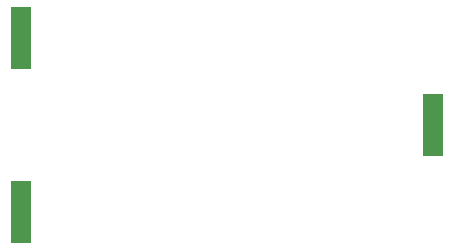
<source format=gbr>
%TF.GenerationSoftware,KiCad,Pcbnew,(6.0.4-0)*%
%TF.CreationDate,2022-03-26T13:16:05-05:00*%
%TF.ProjectId,EE515X_Project_No_Matching,45453531-3558-45f5-9072-6f6a6563745f,rev?*%
%TF.SameCoordinates,Original*%
%TF.FileFunction,Soldermask,Bot*%
%TF.FilePolarity,Negative*%
%FSLAX46Y46*%
G04 Gerber Fmt 4.6, Leading zero omitted, Abs format (unit mm)*
G04 Created by KiCad (PCBNEW (6.0.4-0)) date 2022-03-26 13:16:05*
%MOMM*%
%LPD*%
G01*
G04 APERTURE LIST*
%ADD10C,0.762000*%
%ADD11R,1.778000X5.334000*%
G04 APERTURE END LIST*
D10*
%TO.C,J2*%
X78348688Y-110693200D03*
X78348688Y-112826800D03*
D11*
X78602688Y-111760000D03*
%TD*%
D10*
%TO.C,J1*%
X78359000Y-95961200D03*
X78359000Y-98094800D03*
D11*
X78613000Y-97028000D03*
%TD*%
D10*
%TO.C,J3*%
X113675312Y-105460800D03*
X113675312Y-103327200D03*
D11*
X113421312Y-104394000D03*
%TD*%
M02*

</source>
